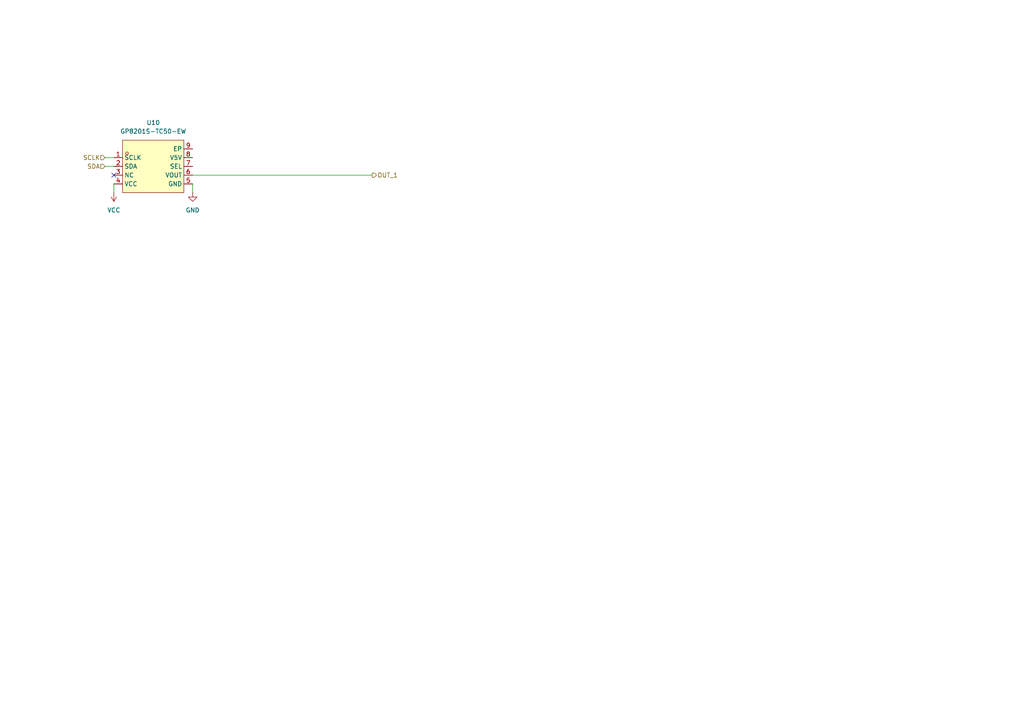
<source format=kicad_sch>
(kicad_sch (version 20250114) (generator "eeschema") (generator_version "9.0")
  (paper "A4")
  (lib_symbols
    (symbol "easyeda2kicad:GP8201S-TC50-EW"
      (property "Reference" "U" (at 0 10.16 0))
      (property "Value" "GP8201S-TC50-EW" (at 0 -10.16 0))
      (symbol "GP8201S-TC50-EW_0_1"
        (rectangle (start -8.89 7.62) (end 8.89 -7.62) (fill (type background)))
        (circle (center -7.62 3.81) (radius 0.38))
        (pin unspecified line (at -11.43 2.54 0) (length 2.54) (name "SCLK") (number "1"))
        (pin unspecified line (at -11.43 0 0) (length 2.54) (name "SDA") (number "2"))
        (pin unspecified line (at -11.43 -2.54 0) (length 2.54) (name "NC") (number "3"))
        (pin unspecified line (at -11.43 -5.08 0) (length 2.54) (name "VCC") (number "4"))
        (pin unspecified line (at 11.43 5.08 180) (length 2.54) (name "EP") (number "9"))
        (pin unspecified line (at 11.43 2.54 180) (length 2.54) (name "V5V") (number "8"))
        (pin unspecified line (at 11.43 0 180) (length 2.54) (name "SEL") (number "7"))
        (pin unspecified line (at 11.43 -2.54 180) (length 2.54) (name "VOUT") (number "6"))
        (pin unspecified line (at 11.43 -5.08 180) (length 2.54) (name "GND") (number "5"))
      )
    )
    (symbol "power:GND" (power) (pin_numbers (hide yes)) (pin_names (offset 0) (hide yes))
      (property "Value" "GND" (at 0 -3.81 0))
      (symbol "GND_0_1"
        (polyline (pts (xy 0 0) (xy 0 -1.27) (xy 1.27 -1.27) (xy 0 -2.54) (xy -1.27 -1.27) (xy 0 -1.27)))
      )
      (symbol "GND_1_1"
        (pin power_in line (at 0 0 270) (length 0) (name "~") (number "1"))
      )
    )
    (symbol "power:VCC" (power) (pin_numbers (hide yes)) (pin_names (offset 0) (hide yes))
      (property "Value" "VCC" (at 0 3.556 0))
      (symbol "VCC_0_1"
        (polyline (pts (xy -0.762 1.27) (xy 0 2.54)))
        (polyline (pts (xy 0 2.54) (xy 0.762 1.27)))
        (polyline (pts (xy 0 0) (xy 0 2.54)))
      )
      (symbol "VCC_1_1"
        (pin power_in line (at 0 0 90) (length 0) (name "~") (number "1"))
      )
    )
  )
  (no_connect (at 33.02 50.8))
  (wire (pts (xy 30.48 48.26) (xy 33.02 48.26)))
  (wire (pts (xy 33.02 55.88) (xy 33.02 53.34)))
  (wire (pts (xy 30.48 45.72) (xy 33.02 45.72)))
  (wire (pts (xy 55.88 55.88) (xy 55.88 53.34)))
  (wire (pts (xy 55.88 50.8) (xy 107.95 50.8)))
  (hierarchical_label "SCLK" (shape input) (at 30.48 45.72 180))
  (hierarchical_label "SDA" (shape input) (at 30.48 48.26 180))
  (hierarchical_label "OUT_1" (shape output) (at 107.95 50.8 0))
  (symbol (lib_id "easyeda2kicad:GP8201S-TC50-EW") (at 44.45 48.26 0) (unit 1)
    (property "Reference" "U10" (at 44.45 35.56 0))
    (property "Value" "GP8201S-TC50-EW" (at 44.45 38.1 0))
    (property "Footprint" "easyeda2kicad:ESOP-8_L4.9-W3.9-P1.27-LS6.0-BL-EP" (effects (hide yes)))
    (property "LCSC Part" "C5240058" (effects (hide yes)))
  )
  (symbol (lib_id "power:GND") (at 55.88 55.88 0) (unit 1)
    (property "Reference" "#PWR022" (effects (hide yes)))
    (property "Value" "GND" (at 55.88 60.96 0))
    (property "Description" "Power symbol creates a global label with name \"GND\" , ground" (effects (hide yes)))
  )
  (symbol (lib_id "power:VCC") (at 33.02 55.88 180) (unit 1)
    (property "Reference" "#PWR021" (effects (hide yes)))
    (property "Value" "VCC" (at 33.02 60.96 0))
    (property "Description" "Power symbol creates a global label with name \"VCC\"" (effects (hide yes)))
  )
)
</source>
